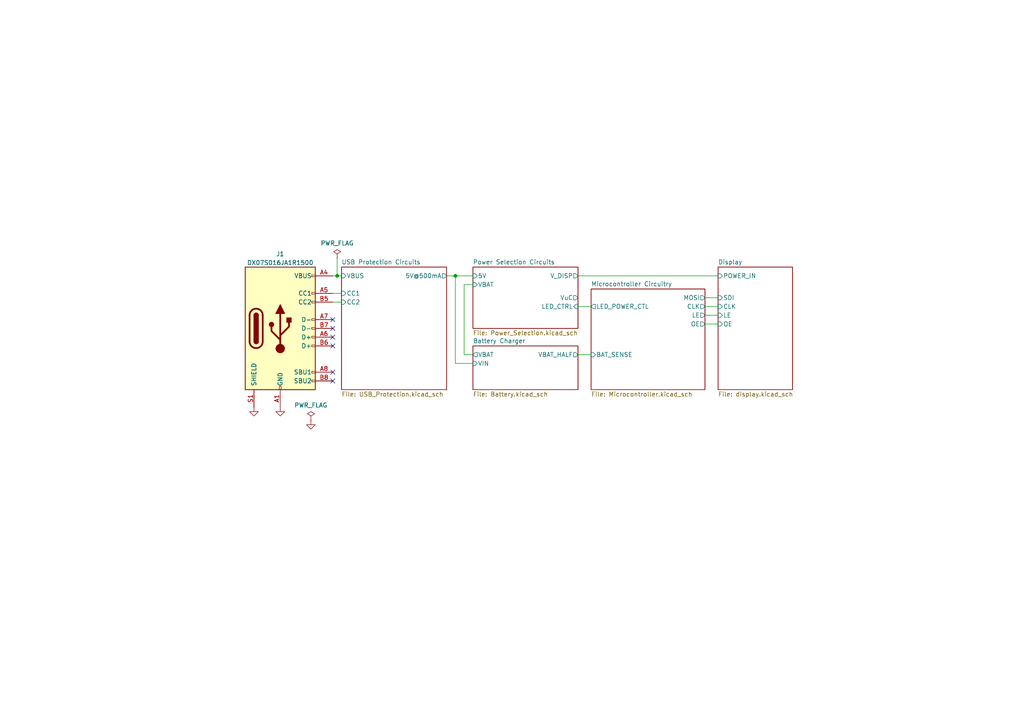
<source format=kicad_sch>
(kicad_sch (version 20211123) (generator eeschema)
  (paper "A4")
  (title_block (title "aWristWatch") (date "2021-04-05") (rev "3") (company "Andreas Kohler"))
  (lib_symbols
    (symbol "Connector:USB_C_Receptacle_USB2.0" (pin_names (offset 1.016))
      (property "Reference" "J" (at -10.16 19.05 0))
      (property "Value" "USB_C_Receptacle_USB2.0" (at 19.05 19.05 0))
      (symbol "USB_C_Receptacle_USB2.0_0_0"
        (rectangle (start -0.254 -17.78) (end 0.254 -16.764))
        (rectangle (start 10.16 -14.986) (end 9.144 -15.494))
        (rectangle (start 10.16 -12.446) (end 9.144 -12.954))
        (rectangle (start 10.16 -4.826) (end 9.144 -5.334))
        (rectangle (start 10.16 -2.286) (end 9.144 -2.794))
        (rectangle (start 10.16 0.254) (end 9.144 -0.254))
        (rectangle (start 10.16 2.794) (end 9.144 2.286))
        (rectangle (start 10.16 7.874) (end 9.144 7.366))
        (rectangle (start 10.16 10.414) (end 9.144 9.906))
        (rectangle (start 10.16 15.494) (end 9.144 14.986))
      )
      (symbol "USB_C_Receptacle_USB2.0_0_1"
        (rectangle (start -10.16 17.78) (end 10.16 -17.78) (stroke (width 0.254)) (fill (type background)))
        (arc (start -8.89 -3.81) (mid -6.985 -5.715) (end -5.08 -3.81) (stroke (width 0.508)))
        (arc (start -7.62 -3.81) (mid -6.985 -4.445) (end -6.35 -3.81) (stroke (width 0.254)))
        (arc (start -7.62 -3.81) (mid -6.985 -4.445) (end -6.35 -3.81) (stroke (width 0.254)) (fill (type outline)))
        (rectangle (start -7.62 -3.81) (end -6.35 3.81) (stroke (width 0.254)) (fill (type outline)))
        (arc (start -6.35 3.81) (mid -6.985 4.445) (end -7.62 3.81) (stroke (width 0.254)))
        (arc (start -6.35 3.81) (mid -6.985 4.445) (end -7.62 3.81) (stroke (width 0.254)) (fill (type outline)))
        (arc (start -5.08 3.81) (mid -6.985 5.715) (end -8.89 3.81) (stroke (width 0.508)))
        (circle (center -2.54 1.143) (radius 0.635) (stroke (width 0.254)) (fill (type outline)))
        (circle (center 0 -5.842) (radius 1.27) (fill (type outline)))
        (polyline (pts (xy -8.89 -3.81) (xy -8.89 3.81)) (stroke (width 0.508)))
        (polyline (pts (xy -5.08 3.81) (xy -5.08 -3.81)) (stroke (width 0.508)))
        (polyline (pts (xy 0 -5.842) (xy 0 4.318)) (stroke (width 0.508)))
        (polyline (pts (xy 0 -3.302) (xy -2.54 -0.762) (xy -2.54 0.508)) (stroke (width 0.508)))
        (polyline (pts (xy 0 -2.032) (xy 2.54 0.508) (xy 2.54 1.778)) (stroke (width 0.508)))
        (polyline (pts (xy -1.27 4.318) (xy 0 6.858) (xy 1.27 4.318) (xy -1.27 4.318)) (stroke (width 0.254)) (fill (type outline)))
        (rectangle (start 1.905 1.778) (end 3.175 3.048) (stroke (width 0.254)) (fill (type outline)))
      )
      (symbol "USB_C_Receptacle_USB2.0_1_1"
        (pin passive line (at 0 -22.86 90) (length 5.08) (name "GND") (number "A1"))
        (pin passive line (at 0 -22.86 90) (length 5.08) hide (name "GND") (number "A12"))
        (pin passive line (at 15.24 15.24 180) (length 5.08) (name "VBUS") (number "A4"))
        (pin bidirectional line (at 15.24 10.16 180) (length 5.08) (name "CC1") (number "A5"))
        (pin bidirectional line (at 15.24 -2.54 180) (length 5.08) (name "D+") (number "A6"))
        (pin bidirectional line (at 15.24 2.54 180) (length 5.08) (name "D-") (number "A7"))
        (pin bidirectional line (at 15.24 -12.7 180) (length 5.08) (name "SBU1") (number "A8"))
        (pin passive line (at 15.24 15.24 180) (length 5.08) hide (name "VBUS") (number "A9"))
        (pin passive line (at 0 -22.86 90) (length 5.08) hide (name "GND") (number "B1"))
        (pin passive line (at 0 -22.86 90) (length 5.08) hide (name "GND") (number "B12"))
        (pin passive line (at 15.24 15.24 180) (length 5.08) hide (name "VBUS") (number "B4"))
        (pin bidirectional line (at 15.24 7.62 180) (length 5.08) (name "CC2") (number "B5"))
        (pin bidirectional line (at 15.24 -5.08 180) (length 5.08) (name "D+") (number "B6"))
        (pin bidirectional line (at 15.24 0 180) (length 5.08) (name "D-") (number "B7"))
        (pin bidirectional line (at 15.24 -15.24 180) (length 5.08) (name "SBU2") (number "B8"))
        (pin passive line (at 15.24 15.24 180) (length 5.08) hide (name "VBUS") (number "B9"))
        (pin passive line (at -7.62 -22.86 90) (length 5.08) (name "SHIELD") (number "S1"))
      )
    )
    (symbol "power:GND" (power) (pin_names (offset 0))
      (property "Value" "GND" (at 0 -3.81 0))
      (symbol "GND_0_1"
        (polyline (pts (xy 0 0) (xy 0 -1.27) (xy 1.27 -1.27) (xy 0 -2.54) (xy -1.27 -1.27) (xy 0 -1.27)))
      )
      (symbol "GND_1_1"
        (pin power_in line (at 0 0 270) (length 0) hide (name "GND") (number "1"))
      )
    )
    (symbol "power:PWR_FLAG" (power) (pin_numbers hide) (pin_names (offset 0) hide)
      (property "Value" "PWR_FLAG" (at 0 3.81 0))
      (symbol "PWR_FLAG_0_0"
        (pin power_out line (at 0 0 90) (length 0) (name "pwr") (number "1"))
      )
      (symbol "PWR_FLAG_0_1"
        (polyline (pts (xy 0 0) (xy 0 1.27) (xy -1.016 1.905) (xy 0 2.54) (xy 1.016 1.905) (xy 0 1.27)))
      )
    )
  )
  (junction (at 97.79 80.01))
  (junction (at 132.08 80.01))
  (no_connect (at 96.52 92.71))
  (no_connect (at 96.52 107.95))
  (no_connect (at 96.52 110.49))
  (no_connect (at 96.52 95.25))
  (no_connect (at 96.52 97.79))
  (no_connect (at 96.52 100.33))
  (wire (pts (xy 137.16 102.87) (xy 134.62 102.87)))
  (wire (pts (xy 208.28 80.01) (xy 167.64 80.01)))
  (wire (pts (xy 99.06 80.01) (xy 97.79 80.01)))
  (wire (pts (xy 137.16 105.41) (xy 132.08 105.41)))
  (wire (pts (xy 97.79 80.01) (xy 96.52 80.01)))
  (wire (pts (xy 96.52 85.09) (xy 99.06 85.09)))
  (wire (pts (xy 171.45 102.87) (xy 167.64 102.87)))
  (wire (pts (xy 204.47 86.36) (xy 208.28 86.36)))
  (wire (pts (xy 96.52 87.63) (xy 99.06 87.63)))
  (wire (pts (xy 171.45 88.9) (xy 167.64 88.9)))
  (wire (pts (xy 204.47 91.44) (xy 208.28 91.44)))
  (wire (pts (xy 132.08 80.01) (xy 132.08 105.41)))
  (wire (pts (xy 208.28 88.9) (xy 204.47 88.9)))
  (wire (pts (xy 129.54 80.01) (xy 132.08 80.01)))
  (wire (pts (xy 132.08 80.01) (xy 137.16 80.01)))
  (wire (pts (xy 134.62 82.55) (xy 137.16 82.55)))
  (wire (pts (xy 208.28 93.98) (xy 204.47 93.98)))
  (wire (pts (xy 134.62 82.55) (xy 134.62 102.87)))
  (wire (pts (xy 97.79 74.93) (xy 97.79 80.01)))
  (symbol (lib_id "power:GND") (at 73.66 118.11 0) (unit 1)
    (property "Reference" "#PWR0127" (effects hide))
    (property "Value" "GND" (effects hide))
  )
  (symbol (lib_id "power:GND") (at 81.28 118.11 0) (unit 1)
    (property "Reference" "#PWR0128" (effects hide))
    (property "Value" "GND" (effects hide))
  )
  (symbol (lib_id "Connector:USB_C_Receptacle_USB2.0") (at 81.28 95.25 0) (unit 1)
    (property "Reference" "J1" (at 81.28 73.66 0))
    (property "Value" "DX07S016JA1R1500" (at 81.28 76.2 0))
    (property "Footprint" "watch:DX07S016JA1R1500" (effects hide))
    (property "Datasheet" "https://www.jae.com/en/connectors/series/detail/product/id=91780" (effects hide))
    (property "Manufacturer" "JAE Electronics" (effects hide))
    (property "Order" "https://www.mouser.at/ProductDetail/JAE-Electronics/DX07S016JA1R1500?qs=%2Fha2pyFaduhIxG%252BJ4XjlZeX%2FOvIg0QPAOjcqMfE5RQ7WfL0OkHc3Zw%3D%3D" (effects hide))
    (property "MNR" "DX07S016JA1R1500" (effects hide))
  )
  (symbol (lib_id "power:PWR_FLAG") (at 97.79 74.93 0) (unit 1)
    (property "Reference" "#FLG0101" (effects hide))
    (property "Value" "PWR_FLAG" (at 97.79 70.5358 0))
  )
  (symbol (lib_id "power:GND") (at 90.17 121.92 0) (unit 1)
    (property "Reference" "#PWR0151" (effects hide))
    (property "Value" "GND" (effects hide))
  )
  (symbol (lib_id "power:PWR_FLAG") (at 90.17 121.92 0) (unit 1)
    (property "Reference" "#FLG0104" (effects hide))
    (property "Value" "PWR_FLAG" (at 90.17 117.5258 0))
  )
  (sheet (at 137.16 77.47) (size 30.48 17.78)
    (property "Sheet name" "Power Selection Circuits" (at 137.16 76.7584 0) (effects (justify left bottom)))
    (property "Sheet file" "Power_Selection.kicad_sch" (at 137.16 95.8346 0) (effects (justify left top)))
    (pin "5V" input (at 137.16 80.01 180))
    (pin "VBAT" input (at 137.16 82.55 180))
    (pin "V_DISP" output (at 167.64 80.01 0))
    (pin "VuC" output (at 167.64 86.36 0))
    (pin "LED_CTRL" input (at 167.64 88.9 0))
  )
  (sheet (at 171.45 83.82) (size 33.02 29.21)
    (property "Sheet name" "Microcontroller Circuitry" (at 171.45 83.1084 0) (effects (justify left bottom)))
    (property "Sheet file" "Microcontroller.kicad_sch" (at 171.45 113.6146 0) (effects (justify left top)))
    (pin "LE" output (at 204.47 91.44 0))
    (pin "CLK" output (at 204.47 88.9 0))
    (pin "MOSI" output (at 204.47 86.36 0))
    (pin "OE" output (at 204.47 93.98 0))
    (pin "BAT_SENSE" input (at 171.45 102.87 180))
    (pin "LED_POWER_CTL" output (at 171.45 88.9 180))
  )
  (sheet (at 208.28 77.47) (size 21.59 35.56)
    (property "Sheet name" "Display" (at 208.28 76.7584 0) (effects (justify left bottom)))
    (property "Sheet file" "display.kicad_sch" (at 208.28 113.6146 0) (effects (justify left top)))
    (pin "SDI" input (at 208.28 86.36 180))
    (pin "CLK" input (at 208.28 88.9 180))
    (pin "LE" input (at 208.28 91.44 180))
    (pin "OE" input (at 208.28 93.98 180))
    (pin "POWER_IN" input (at 208.28 80.01 180))
  )
  (sheet (at 137.16 100.33) (size 30.48 12.7)
    (property "Sheet name" "Battery Charger" (at 137.16 99.6184 0) (effects (justify left bottom)))
    (property "Sheet file" "Battery.kicad_sch" (at 137.16 113.6146 0) (effects (justify left top)))
    (pin "VIN" input (at 137.16 105.41 180))
    (pin "VBAT" output (at 137.16 102.87 180))
    (pin "VBAT_HALF" output (at 167.64 102.87 0))
  )
  (sheet (at 99.06 77.47) (size 30.48 35.56)
    (property "Sheet name" "USB Protection Circuits" (at 99.06 76.7584 0) (effects (justify left bottom)))
    (property "Sheet file" "USB_Protection.kicad_sch" (at 99.06 113.6146 0) (effects (justify left top)))
    (pin "VBUS" input (at 99.06 80.01 180))
    (pin "CC1" input (at 99.06 85.09 180))
    (pin "CC2" input (at 99.06 87.63 180))
    (pin "5V@500mA" output (at 129.54 80.01 0))
  )
)
</source>
